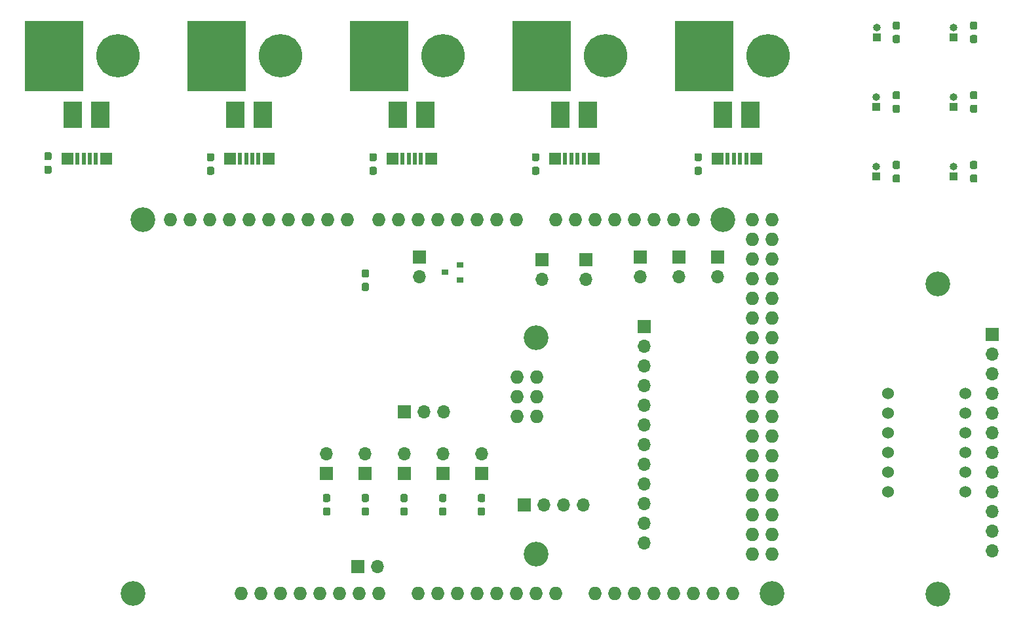
<source format=gbr>
G04 #@! TF.GenerationSoftware,KiCad,Pcbnew,5.1.9-73d0e3b20d~88~ubuntu20.04.1*
G04 #@! TF.CreationDate,2021-03-18T15:40:59+01:00*
G04 #@! TF.ProjectId,uven-mainboard,7576656e-2d6d-4616-996e-626f6172642e,rev?*
G04 #@! TF.SameCoordinates,Original*
G04 #@! TF.FileFunction,Soldermask,Top*
G04 #@! TF.FilePolarity,Negative*
%FSLAX46Y46*%
G04 Gerber Fmt 4.6, Leading zero omitted, Abs format (unit mm)*
G04 Created by KiCad (PCBNEW 5.1.9-73d0e3b20d~88~ubuntu20.04.1) date 2021-03-18 15:40:59*
%MOMM*%
%LPD*%
G01*
G04 APERTURE LIST*
%ADD10C,0.100000*%
%ADD11O,1.727200X1.727200*%
%ADD12C,3.200000*%
%ADD13R,1.500000X1.600000*%
%ADD14R,0.500000X1.600000*%
%ADD15R,2.400000X3.480000*%
%ADD16O,1.700000X1.700000*%
%ADD17R,1.700000X1.700000*%
%ADD18R,0.900000X0.800000*%
%ADD19R,1.000000X1.000000*%
%ADD20O,1.000000X1.000000*%
%ADD21C,5.600000*%
%ADD22C,1.524000*%
G04 APERTURE END LIST*
D10*
G36*
X201500000Y-55500000D02*
G01*
X194000000Y-55500000D01*
X194000000Y-46500000D01*
X201500000Y-46500000D01*
X201500000Y-55500000D01*
G37*
X201500000Y-55500000D02*
X194000000Y-55500000D01*
X194000000Y-46500000D01*
X201500000Y-46500000D01*
X201500000Y-55500000D01*
G36*
X180500000Y-55500000D02*
G01*
X173000000Y-55500000D01*
X173000000Y-46500000D01*
X180500000Y-46500000D01*
X180500000Y-55500000D01*
G37*
X180500000Y-55500000D02*
X173000000Y-55500000D01*
X173000000Y-46500000D01*
X180500000Y-46500000D01*
X180500000Y-55500000D01*
G36*
X159500000Y-55500000D02*
G01*
X152000000Y-55500000D01*
X152000000Y-46500000D01*
X159500000Y-46500000D01*
X159500000Y-55500000D01*
G37*
X159500000Y-55500000D02*
X152000000Y-55500000D01*
X152000000Y-46500000D01*
X159500000Y-46500000D01*
X159500000Y-55500000D01*
G36*
X138500000Y-55500000D02*
G01*
X131000000Y-55500000D01*
X131000000Y-46500000D01*
X138500000Y-46500000D01*
X138500000Y-55500000D01*
G37*
X138500000Y-55500000D02*
X131000000Y-55500000D01*
X131000000Y-46500000D01*
X138500000Y-46500000D01*
X138500000Y-55500000D01*
G36*
X117500000Y-55500000D02*
G01*
X110000000Y-55500000D01*
X110000000Y-46500000D01*
X117500000Y-46500000D01*
X117500000Y-55500000D01*
G37*
X117500000Y-55500000D02*
X110000000Y-55500000D01*
X110000000Y-46500000D01*
X117500000Y-46500000D01*
X117500000Y-55500000D01*
D11*
X173627000Y-97600000D03*
X176167000Y-97600000D03*
X176167000Y-95060000D03*
X173627000Y-95060000D03*
X176167000Y-92520000D03*
X160800000Y-120460000D03*
X155720000Y-120460000D03*
X153180000Y-120460000D03*
X150640000Y-120460000D03*
X148100000Y-120460000D03*
X145560000Y-120460000D03*
X143020000Y-120460000D03*
X140480000Y-120460000D03*
X196360000Y-72200000D03*
X193820000Y-72200000D03*
X191280000Y-72200000D03*
X188740000Y-72200000D03*
X186200000Y-72200000D03*
X183660000Y-72200000D03*
X181120000Y-72200000D03*
X178580000Y-72200000D03*
X173500000Y-72200000D03*
X170960000Y-72200000D03*
X168420000Y-72200000D03*
X165880000Y-72200000D03*
X163340000Y-72200000D03*
X160800000Y-72200000D03*
X158260000Y-72200000D03*
X155720000Y-72200000D03*
X136416000Y-72200000D03*
X151656000Y-72200000D03*
X149116000Y-72200000D03*
X146576000Y-72200000D03*
D12*
X176040000Y-115380000D03*
X176040000Y-87440000D03*
X200170000Y-72200000D03*
X125240000Y-72200000D03*
X206520000Y-120460000D03*
X123970000Y-120460000D03*
D11*
X128796000Y-72200000D03*
X131336000Y-72200000D03*
X133876000Y-72200000D03*
X138956000Y-72200000D03*
X141496000Y-72200000D03*
X144036000Y-72200000D03*
X137940000Y-120460000D03*
X163340000Y-120460000D03*
X165880000Y-120460000D03*
X168420000Y-120460000D03*
X170960000Y-120460000D03*
X173500000Y-120460000D03*
X176040000Y-120460000D03*
X178580000Y-120460000D03*
X183660000Y-120460000D03*
X186200000Y-120460000D03*
X188740000Y-120460000D03*
X191280000Y-120460000D03*
X193820000Y-120460000D03*
X196360000Y-120460000D03*
X198900000Y-120460000D03*
X201440000Y-120460000D03*
X203980000Y-72200000D03*
X206520000Y-72200000D03*
X203980000Y-74740000D03*
X206520000Y-74740000D03*
X203980000Y-77280000D03*
X206520000Y-77280000D03*
X203980000Y-79820000D03*
X206520000Y-79820000D03*
X203980000Y-82360000D03*
X206520000Y-82360000D03*
X203980000Y-84900000D03*
X206520000Y-84900000D03*
X203980000Y-87440000D03*
X206520000Y-87440000D03*
X203980000Y-89980000D03*
X206520000Y-89980000D03*
X203980000Y-92520000D03*
X206520000Y-92520000D03*
X203980000Y-95060000D03*
X206520000Y-95060000D03*
X203980000Y-97600000D03*
X206520000Y-97600000D03*
X203980000Y-100140000D03*
X206520000Y-100140000D03*
X203980000Y-102680000D03*
X206520000Y-102680000D03*
X203980000Y-105220000D03*
X206520000Y-105220000D03*
X203980000Y-107760000D03*
X206520000Y-107760000D03*
X203980000Y-110300000D03*
X206520000Y-110300000D03*
X203980000Y-112840000D03*
X206520000Y-112840000D03*
X203980000Y-115380000D03*
X206520000Y-115380000D03*
X173627000Y-92520000D03*
D13*
X199500000Y-64350000D03*
D14*
X200800000Y-64350000D03*
X201600000Y-64350000D03*
X202400000Y-64350000D03*
X203200000Y-64350000D03*
D13*
X204500000Y-64350000D03*
D15*
X200225000Y-58680000D03*
X203775000Y-58680000D03*
X182775000Y-58680000D03*
X179225000Y-58680000D03*
D13*
X183500000Y-64350000D03*
D14*
X182200000Y-64350000D03*
X181400000Y-64350000D03*
X180600000Y-64350000D03*
X179800000Y-64350000D03*
D13*
X178500000Y-64350000D03*
X157500000Y-64350000D03*
D14*
X158800000Y-64350000D03*
X159600000Y-64350000D03*
X160400000Y-64350000D03*
X161200000Y-64350000D03*
D13*
X162500000Y-64350000D03*
D15*
X158225000Y-58680000D03*
X161775000Y-58680000D03*
X140775000Y-58680000D03*
X137225000Y-58680000D03*
D13*
X141500000Y-64350000D03*
D14*
X140200000Y-64350000D03*
X139400000Y-64350000D03*
X138600000Y-64350000D03*
X137800000Y-64350000D03*
D13*
X136500000Y-64350000D03*
X115500000Y-64350000D03*
D14*
X116800000Y-64350000D03*
X117600000Y-64350000D03*
X118400000Y-64350000D03*
X119200000Y-64350000D03*
D13*
X120500000Y-64350000D03*
D15*
X116225000Y-58680000D03*
X119775000Y-58680000D03*
G36*
G01*
X197237500Y-66400000D02*
X196762500Y-66400000D01*
G75*
G02*
X196525000Y-66162500I0J237500D01*
G01*
X196525000Y-65587500D01*
G75*
G02*
X196762500Y-65350000I237500J0D01*
G01*
X197237500Y-65350000D01*
G75*
G02*
X197475000Y-65587500I0J-237500D01*
G01*
X197475000Y-66162500D01*
G75*
G02*
X197237500Y-66400000I-237500J0D01*
G01*
G37*
G36*
G01*
X197237500Y-64650000D02*
X196762500Y-64650000D01*
G75*
G02*
X196525000Y-64412500I0J237500D01*
G01*
X196525000Y-63837500D01*
G75*
G02*
X196762500Y-63600000I237500J0D01*
G01*
X197237500Y-63600000D01*
G75*
G02*
X197475000Y-63837500I0J-237500D01*
G01*
X197475000Y-64412500D01*
G75*
G02*
X197237500Y-64650000I-237500J0D01*
G01*
G37*
G36*
G01*
X176237500Y-66400000D02*
X175762500Y-66400000D01*
G75*
G02*
X175525000Y-66162500I0J237500D01*
G01*
X175525000Y-65587500D01*
G75*
G02*
X175762500Y-65350000I237500J0D01*
G01*
X176237500Y-65350000D01*
G75*
G02*
X176475000Y-65587500I0J-237500D01*
G01*
X176475000Y-66162500D01*
G75*
G02*
X176237500Y-66400000I-237500J0D01*
G01*
G37*
G36*
G01*
X176237500Y-64650000D02*
X175762500Y-64650000D01*
G75*
G02*
X175525000Y-64412500I0J237500D01*
G01*
X175525000Y-63837500D01*
G75*
G02*
X175762500Y-63600000I237500J0D01*
G01*
X176237500Y-63600000D01*
G75*
G02*
X176475000Y-63837500I0J-237500D01*
G01*
X176475000Y-64412500D01*
G75*
G02*
X176237500Y-64650000I-237500J0D01*
G01*
G37*
G36*
G01*
X155237500Y-64650000D02*
X154762500Y-64650000D01*
G75*
G02*
X154525000Y-64412500I0J237500D01*
G01*
X154525000Y-63837500D01*
G75*
G02*
X154762500Y-63600000I237500J0D01*
G01*
X155237500Y-63600000D01*
G75*
G02*
X155475000Y-63837500I0J-237500D01*
G01*
X155475000Y-64412500D01*
G75*
G02*
X155237500Y-64650000I-237500J0D01*
G01*
G37*
G36*
G01*
X155237500Y-66400000D02*
X154762500Y-66400000D01*
G75*
G02*
X154525000Y-66162500I0J237500D01*
G01*
X154525000Y-65587500D01*
G75*
G02*
X154762500Y-65350000I237500J0D01*
G01*
X155237500Y-65350000D01*
G75*
G02*
X155475000Y-65587500I0J-237500D01*
G01*
X155475000Y-66162500D01*
G75*
G02*
X155237500Y-66400000I-237500J0D01*
G01*
G37*
G36*
G01*
X134237500Y-66400000D02*
X133762500Y-66400000D01*
G75*
G02*
X133525000Y-66162500I0J237500D01*
G01*
X133525000Y-65587500D01*
G75*
G02*
X133762500Y-65350000I237500J0D01*
G01*
X134237500Y-65350000D01*
G75*
G02*
X134475000Y-65587500I0J-237500D01*
G01*
X134475000Y-66162500D01*
G75*
G02*
X134237500Y-66400000I-237500J0D01*
G01*
G37*
G36*
G01*
X134237500Y-64650000D02*
X133762500Y-64650000D01*
G75*
G02*
X133525000Y-64412500I0J237500D01*
G01*
X133525000Y-63837500D01*
G75*
G02*
X133762500Y-63600000I237500J0D01*
G01*
X134237500Y-63600000D01*
G75*
G02*
X134475000Y-63837500I0J-237500D01*
G01*
X134475000Y-64412500D01*
G75*
G02*
X134237500Y-64650000I-237500J0D01*
G01*
G37*
G36*
G01*
X113237500Y-64525000D02*
X112762500Y-64525000D01*
G75*
G02*
X112525000Y-64287500I0J237500D01*
G01*
X112525000Y-63712500D01*
G75*
G02*
X112762500Y-63475000I237500J0D01*
G01*
X113237500Y-63475000D01*
G75*
G02*
X113475000Y-63712500I0J-237500D01*
G01*
X113475000Y-64287500D01*
G75*
G02*
X113237500Y-64525000I-237500J0D01*
G01*
G37*
G36*
G01*
X113237500Y-66275000D02*
X112762500Y-66275000D01*
G75*
G02*
X112525000Y-66037500I0J237500D01*
G01*
X112525000Y-65462500D01*
G75*
G02*
X112762500Y-65225000I237500J0D01*
G01*
X113237500Y-65225000D01*
G75*
G02*
X113475000Y-65462500I0J-237500D01*
G01*
X113475000Y-66037500D01*
G75*
G02*
X113237500Y-66275000I-237500J0D01*
G01*
G37*
D16*
X149000000Y-102460000D03*
D17*
X149000000Y-105000000D03*
X154000000Y-105000000D03*
D16*
X154000000Y-102460000D03*
X159000000Y-102460000D03*
D17*
X159000000Y-105000000D03*
D16*
X164000000Y-102460000D03*
D17*
X164000000Y-105000000D03*
X169000000Y-105000000D03*
D16*
X169000000Y-102460000D03*
D17*
X161000000Y-77000000D03*
D16*
X161000000Y-79540000D03*
D18*
X166274999Y-79950000D03*
X166274999Y-78050000D03*
X164274999Y-79000000D03*
G36*
G01*
X148762500Y-107600000D02*
X149237500Y-107600000D01*
G75*
G02*
X149475000Y-107837500I0J-237500D01*
G01*
X149475000Y-108412500D01*
G75*
G02*
X149237500Y-108650000I-237500J0D01*
G01*
X148762500Y-108650000D01*
G75*
G02*
X148525000Y-108412500I0J237500D01*
G01*
X148525000Y-107837500D01*
G75*
G02*
X148762500Y-107600000I237500J0D01*
G01*
G37*
G36*
G01*
X148762500Y-109350000D02*
X149237500Y-109350000D01*
G75*
G02*
X149475000Y-109587500I0J-237500D01*
G01*
X149475000Y-110162500D01*
G75*
G02*
X149237500Y-110400000I-237500J0D01*
G01*
X148762500Y-110400000D01*
G75*
G02*
X148525000Y-110162500I0J237500D01*
G01*
X148525000Y-109587500D01*
G75*
G02*
X148762500Y-109350000I237500J0D01*
G01*
G37*
G36*
G01*
X153762500Y-109350000D02*
X154237500Y-109350000D01*
G75*
G02*
X154475000Y-109587500I0J-237500D01*
G01*
X154475000Y-110162500D01*
G75*
G02*
X154237500Y-110400000I-237500J0D01*
G01*
X153762500Y-110400000D01*
G75*
G02*
X153525000Y-110162500I0J237500D01*
G01*
X153525000Y-109587500D01*
G75*
G02*
X153762500Y-109350000I237500J0D01*
G01*
G37*
G36*
G01*
X153762500Y-107600000D02*
X154237500Y-107600000D01*
G75*
G02*
X154475000Y-107837500I0J-237500D01*
G01*
X154475000Y-108412500D01*
G75*
G02*
X154237500Y-108650000I-237500J0D01*
G01*
X153762500Y-108650000D01*
G75*
G02*
X153525000Y-108412500I0J237500D01*
G01*
X153525000Y-107837500D01*
G75*
G02*
X153762500Y-107600000I237500J0D01*
G01*
G37*
G36*
G01*
X158762500Y-107600000D02*
X159237500Y-107600000D01*
G75*
G02*
X159475000Y-107837500I0J-237500D01*
G01*
X159475000Y-108412500D01*
G75*
G02*
X159237500Y-108650000I-237500J0D01*
G01*
X158762500Y-108650000D01*
G75*
G02*
X158525000Y-108412500I0J237500D01*
G01*
X158525000Y-107837500D01*
G75*
G02*
X158762500Y-107600000I237500J0D01*
G01*
G37*
G36*
G01*
X158762500Y-109350000D02*
X159237500Y-109350000D01*
G75*
G02*
X159475000Y-109587500I0J-237500D01*
G01*
X159475000Y-110162500D01*
G75*
G02*
X159237500Y-110400000I-237500J0D01*
G01*
X158762500Y-110400000D01*
G75*
G02*
X158525000Y-110162500I0J237500D01*
G01*
X158525000Y-109587500D01*
G75*
G02*
X158762500Y-109350000I237500J0D01*
G01*
G37*
G36*
G01*
X163762500Y-109350000D02*
X164237500Y-109350000D01*
G75*
G02*
X164475000Y-109587500I0J-237500D01*
G01*
X164475000Y-110162500D01*
G75*
G02*
X164237500Y-110400000I-237500J0D01*
G01*
X163762500Y-110400000D01*
G75*
G02*
X163525000Y-110162500I0J237500D01*
G01*
X163525000Y-109587500D01*
G75*
G02*
X163762500Y-109350000I237500J0D01*
G01*
G37*
G36*
G01*
X163762500Y-107600000D02*
X164237500Y-107600000D01*
G75*
G02*
X164475000Y-107837500I0J-237500D01*
G01*
X164475000Y-108412500D01*
G75*
G02*
X164237500Y-108650000I-237500J0D01*
G01*
X163762500Y-108650000D01*
G75*
G02*
X163525000Y-108412500I0J237500D01*
G01*
X163525000Y-107837500D01*
G75*
G02*
X163762500Y-107600000I237500J0D01*
G01*
G37*
G36*
G01*
X168762500Y-107600000D02*
X169237500Y-107600000D01*
G75*
G02*
X169475000Y-107837500I0J-237500D01*
G01*
X169475000Y-108412500D01*
G75*
G02*
X169237500Y-108650000I-237500J0D01*
G01*
X168762500Y-108650000D01*
G75*
G02*
X168525000Y-108412500I0J237500D01*
G01*
X168525000Y-107837500D01*
G75*
G02*
X168762500Y-107600000I237500J0D01*
G01*
G37*
G36*
G01*
X168762500Y-109350000D02*
X169237500Y-109350000D01*
G75*
G02*
X169475000Y-109587500I0J-237500D01*
G01*
X169475000Y-110162500D01*
G75*
G02*
X169237500Y-110400000I-237500J0D01*
G01*
X168762500Y-110400000D01*
G75*
G02*
X168525000Y-110162500I0J237500D01*
G01*
X168525000Y-109587500D01*
G75*
G02*
X168762500Y-109350000I237500J0D01*
G01*
G37*
G36*
G01*
X154237500Y-79650000D02*
X153762500Y-79650000D01*
G75*
G02*
X153525000Y-79412500I0J237500D01*
G01*
X153525000Y-78837500D01*
G75*
G02*
X153762500Y-78600000I237500J0D01*
G01*
X154237500Y-78600000D01*
G75*
G02*
X154475000Y-78837500I0J-237500D01*
G01*
X154475000Y-79412500D01*
G75*
G02*
X154237500Y-79650000I-237500J0D01*
G01*
G37*
G36*
G01*
X154237500Y-81400000D02*
X153762500Y-81400000D01*
G75*
G02*
X153525000Y-81162500I0J237500D01*
G01*
X153525000Y-80587500D01*
G75*
G02*
X153762500Y-80350000I237500J0D01*
G01*
X154237500Y-80350000D01*
G75*
G02*
X154475000Y-80587500I0J-237500D01*
G01*
X154475000Y-81162500D01*
G75*
G02*
X154237500Y-81400000I-237500J0D01*
G01*
G37*
D17*
X153000000Y-117000000D03*
D16*
X155540000Y-117000000D03*
G36*
G01*
X232837500Y-67400000D02*
X232362500Y-67400000D01*
G75*
G02*
X232125000Y-67162500I0J237500D01*
G01*
X232125000Y-66587500D01*
G75*
G02*
X232362500Y-66350000I237500J0D01*
G01*
X232837500Y-66350000D01*
G75*
G02*
X233075000Y-66587500I0J-237500D01*
G01*
X233075000Y-67162500D01*
G75*
G02*
X232837500Y-67400000I-237500J0D01*
G01*
G37*
G36*
G01*
X232837500Y-65650000D02*
X232362500Y-65650000D01*
G75*
G02*
X232125000Y-65412500I0J237500D01*
G01*
X232125000Y-64837500D01*
G75*
G02*
X232362500Y-64600000I237500J0D01*
G01*
X232837500Y-64600000D01*
G75*
G02*
X233075000Y-64837500I0J-237500D01*
G01*
X233075000Y-65412500D01*
G75*
G02*
X232837500Y-65650000I-237500J0D01*
G01*
G37*
G36*
G01*
X232837500Y-56650000D02*
X232362500Y-56650000D01*
G75*
G02*
X232125000Y-56412500I0J237500D01*
G01*
X232125000Y-55837500D01*
G75*
G02*
X232362500Y-55600000I237500J0D01*
G01*
X232837500Y-55600000D01*
G75*
G02*
X233075000Y-55837500I0J-237500D01*
G01*
X233075000Y-56412500D01*
G75*
G02*
X232837500Y-56650000I-237500J0D01*
G01*
G37*
G36*
G01*
X232837500Y-58400000D02*
X232362500Y-58400000D01*
G75*
G02*
X232125000Y-58162500I0J237500D01*
G01*
X232125000Y-57587500D01*
G75*
G02*
X232362500Y-57350000I237500J0D01*
G01*
X232837500Y-57350000D01*
G75*
G02*
X233075000Y-57587500I0J-237500D01*
G01*
X233075000Y-58162500D01*
G75*
G02*
X232837500Y-58400000I-237500J0D01*
G01*
G37*
G36*
G01*
X232837500Y-49400000D02*
X232362500Y-49400000D01*
G75*
G02*
X232125000Y-49162500I0J237500D01*
G01*
X232125000Y-48587500D01*
G75*
G02*
X232362500Y-48350000I237500J0D01*
G01*
X232837500Y-48350000D01*
G75*
G02*
X233075000Y-48587500I0J-237500D01*
G01*
X233075000Y-49162500D01*
G75*
G02*
X232837500Y-49400000I-237500J0D01*
G01*
G37*
G36*
G01*
X232837500Y-47650000D02*
X232362500Y-47650000D01*
G75*
G02*
X232125000Y-47412500I0J237500D01*
G01*
X232125000Y-46837500D01*
G75*
G02*
X232362500Y-46600000I237500J0D01*
G01*
X232837500Y-46600000D01*
G75*
G02*
X233075000Y-46837500I0J-237500D01*
G01*
X233075000Y-47412500D01*
G75*
G02*
X232837500Y-47650000I-237500J0D01*
G01*
G37*
G36*
G01*
X222837500Y-65650000D02*
X222362500Y-65650000D01*
G75*
G02*
X222125000Y-65412500I0J237500D01*
G01*
X222125000Y-64837500D01*
G75*
G02*
X222362500Y-64600000I237500J0D01*
G01*
X222837500Y-64600000D01*
G75*
G02*
X223075000Y-64837500I0J-237500D01*
G01*
X223075000Y-65412500D01*
G75*
G02*
X222837500Y-65650000I-237500J0D01*
G01*
G37*
G36*
G01*
X222837500Y-67400000D02*
X222362500Y-67400000D01*
G75*
G02*
X222125000Y-67162500I0J237500D01*
G01*
X222125000Y-66587500D01*
G75*
G02*
X222362500Y-66350000I237500J0D01*
G01*
X222837500Y-66350000D01*
G75*
G02*
X223075000Y-66587500I0J-237500D01*
G01*
X223075000Y-67162500D01*
G75*
G02*
X222837500Y-67400000I-237500J0D01*
G01*
G37*
G36*
G01*
X222837500Y-58400000D02*
X222362500Y-58400000D01*
G75*
G02*
X222125000Y-58162500I0J237500D01*
G01*
X222125000Y-57587500D01*
G75*
G02*
X222362500Y-57350000I237500J0D01*
G01*
X222837500Y-57350000D01*
G75*
G02*
X223075000Y-57587500I0J-237500D01*
G01*
X223075000Y-58162500D01*
G75*
G02*
X222837500Y-58400000I-237500J0D01*
G01*
G37*
G36*
G01*
X222837500Y-56650000D02*
X222362500Y-56650000D01*
G75*
G02*
X222125000Y-56412500I0J237500D01*
G01*
X222125000Y-55837500D01*
G75*
G02*
X222362500Y-55600000I237500J0D01*
G01*
X222837500Y-55600000D01*
G75*
G02*
X223075000Y-55837500I0J-237500D01*
G01*
X223075000Y-56412500D01*
G75*
G02*
X222837500Y-56650000I-237500J0D01*
G01*
G37*
D19*
X230010000Y-66625000D03*
D20*
X230010000Y-65355000D03*
X230010000Y-56355000D03*
D19*
X230010000Y-57625000D03*
X230010000Y-48625000D03*
D20*
X230010000Y-47355000D03*
D19*
X220010000Y-66625000D03*
D20*
X220010000Y-65355000D03*
X220010000Y-56355000D03*
D19*
X220010000Y-57625000D03*
D21*
X198000000Y-51000000D03*
X177000000Y-51000000D03*
X156000000Y-51000000D03*
X135000000Y-51000000D03*
X206000000Y-51000000D03*
X185000000Y-51000000D03*
X164000000Y-51000000D03*
X143000000Y-51000000D03*
X122000000Y-51000000D03*
X114000000Y-51000000D03*
D22*
X221500000Y-94650000D03*
X221500000Y-97190000D03*
X221500000Y-99730000D03*
X221500000Y-102270000D03*
X221500000Y-104810000D03*
X221500000Y-107350000D03*
X231500000Y-107350000D03*
X231500000Y-104810000D03*
X231500000Y-102270000D03*
X231500000Y-99730000D03*
X231500000Y-97190000D03*
X231500000Y-94650000D03*
D12*
X228000000Y-80500000D03*
X228000000Y-120500000D03*
D19*
X220047501Y-48625000D03*
D20*
X220047501Y-47355000D03*
G36*
G01*
X222837500Y-49400000D02*
X222362500Y-49400000D01*
G75*
G02*
X222125000Y-49162500I0J237500D01*
G01*
X222125000Y-48587500D01*
G75*
G02*
X222362500Y-48350000I237500J0D01*
G01*
X222837500Y-48350000D01*
G75*
G02*
X223075000Y-48587500I0J-237500D01*
G01*
X223075000Y-49162500D01*
G75*
G02*
X222837500Y-49400000I-237500J0D01*
G01*
G37*
G36*
G01*
X222837500Y-47650000D02*
X222362500Y-47650000D01*
G75*
G02*
X222125000Y-47412500I0J237500D01*
G01*
X222125000Y-46837500D01*
G75*
G02*
X222362500Y-46600000I237500J0D01*
G01*
X222837500Y-46600000D01*
G75*
G02*
X223075000Y-46837500I0J-237500D01*
G01*
X223075000Y-47412500D01*
G75*
G02*
X222837500Y-47650000I-237500J0D01*
G01*
G37*
D16*
X235000000Y-114940000D03*
X235000000Y-112400000D03*
X235000000Y-109860000D03*
X235000000Y-107320000D03*
X235000000Y-104780000D03*
X235000000Y-102240000D03*
X235000000Y-99700000D03*
X235000000Y-97160000D03*
X235000000Y-94620000D03*
X235000000Y-92080000D03*
X235000000Y-89540000D03*
D17*
X235000000Y-87000000D03*
X190000000Y-86000000D03*
D16*
X190000000Y-88540000D03*
X190000000Y-91080000D03*
X190000000Y-93620000D03*
X190000000Y-96160000D03*
X190000000Y-98700000D03*
X190000000Y-101240000D03*
X190000000Y-103780000D03*
X190000000Y-106320000D03*
X190000000Y-108860000D03*
X190000000Y-111400000D03*
X190000000Y-113940000D03*
D17*
X174500000Y-109000000D03*
D16*
X177040000Y-109000000D03*
X179580000Y-109000000D03*
X182120000Y-109000000D03*
D17*
X159000000Y-97000000D03*
D16*
X161540000Y-97000000D03*
X164080000Y-97000000D03*
X194500000Y-79540000D03*
D17*
X194500000Y-77000000D03*
X189500000Y-77000000D03*
D16*
X189500000Y-79540000D03*
D17*
X199500000Y-77000000D03*
D16*
X199500000Y-79540000D03*
X176825001Y-79865001D03*
D17*
X176825001Y-77325001D03*
X182500000Y-77325001D03*
D16*
X182500000Y-79865001D03*
M02*

</source>
